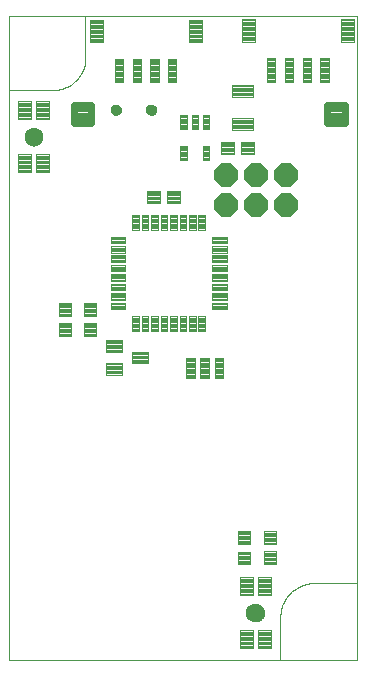
<source format=gts>
G75*
G70*
%OFA0B0*%
%FSLAX24Y24*%
%IPPOS*%
%LPD*%
%AMOC8*
5,1,8,0,0,1.08239X$1,22.5*
%
%ADD10C,0.0000*%
%ADD11C,0.0042*%
%ADD12C,0.0043*%
%ADD13C,0.0041*%
%ADD14C,0.0375*%
%ADD15C,0.0043*%
%ADD16OC8,0.0780*%
%ADD17C,0.0240*%
%ADD18C,0.0631*%
D10*
X001008Y001834D02*
X001008Y020830D01*
X002475Y020830D01*
X002538Y020832D01*
X002602Y020837D01*
X002665Y020847D01*
X002727Y020859D01*
X002788Y020876D01*
X002848Y020896D01*
X002908Y020919D01*
X002965Y020946D01*
X003021Y020976D01*
X003075Y021010D01*
X003127Y021046D01*
X003177Y021085D01*
X003224Y021128D01*
X003269Y021173D01*
X003312Y021220D01*
X003351Y021270D01*
X003387Y021322D01*
X003421Y021376D01*
X003451Y021432D01*
X003478Y021489D01*
X003501Y021549D01*
X003521Y021609D01*
X003538Y021670D01*
X003550Y021732D01*
X003560Y021795D01*
X003565Y021859D01*
X003567Y021922D01*
X003567Y023291D01*
X012622Y023291D01*
X012622Y004393D01*
X011189Y004393D01*
X011124Y004391D01*
X011058Y004385D01*
X010993Y004376D01*
X010929Y004363D01*
X010866Y004346D01*
X010804Y004325D01*
X010743Y004301D01*
X010684Y004273D01*
X010626Y004242D01*
X010570Y004208D01*
X010517Y004170D01*
X010465Y004130D01*
X010416Y004086D01*
X010370Y004040D01*
X010326Y003991D01*
X010286Y003939D01*
X010248Y003886D01*
X010214Y003830D01*
X010183Y003772D01*
X010155Y003713D01*
X010131Y003652D01*
X010110Y003590D01*
X010093Y003527D01*
X010080Y003463D01*
X010071Y003398D01*
X010065Y003332D01*
X010063Y003267D01*
X010063Y001834D01*
X001008Y001834D01*
X008933Y003409D02*
X008935Y003443D01*
X008941Y003477D01*
X008951Y003510D01*
X008964Y003541D01*
X008982Y003571D01*
X009002Y003599D01*
X009026Y003624D01*
X009052Y003646D01*
X009080Y003664D01*
X009111Y003680D01*
X009143Y003692D01*
X009177Y003700D01*
X009211Y003704D01*
X009245Y003704D01*
X009279Y003700D01*
X009313Y003692D01*
X009345Y003680D01*
X009375Y003664D01*
X009404Y003646D01*
X009430Y003624D01*
X009454Y003599D01*
X009474Y003571D01*
X009492Y003541D01*
X009505Y003510D01*
X009515Y003477D01*
X009521Y003443D01*
X009523Y003409D01*
X009521Y003375D01*
X009515Y003341D01*
X009505Y003308D01*
X009492Y003277D01*
X009474Y003247D01*
X009454Y003219D01*
X009430Y003194D01*
X009404Y003172D01*
X009376Y003154D01*
X009345Y003138D01*
X009313Y003126D01*
X009279Y003118D01*
X009245Y003114D01*
X009211Y003114D01*
X009177Y003118D01*
X009143Y003126D01*
X009111Y003138D01*
X009080Y003154D01*
X009052Y003172D01*
X009026Y003194D01*
X009002Y003219D01*
X008982Y003247D01*
X008964Y003277D01*
X008951Y003308D01*
X008941Y003341D01*
X008935Y003375D01*
X008933Y003409D01*
X010063Y001834D02*
X012622Y001834D01*
X012622Y004393D01*
X005596Y020168D02*
X005598Y020193D01*
X005604Y020218D01*
X005613Y020242D01*
X005626Y020264D01*
X005643Y020284D01*
X005662Y020301D01*
X005683Y020315D01*
X005707Y020325D01*
X005731Y020332D01*
X005757Y020335D01*
X005782Y020334D01*
X005807Y020329D01*
X005831Y020320D01*
X005854Y020308D01*
X005874Y020293D01*
X005892Y020274D01*
X005907Y020253D01*
X005918Y020230D01*
X005926Y020206D01*
X005930Y020181D01*
X005930Y020155D01*
X005926Y020130D01*
X005918Y020106D01*
X005907Y020083D01*
X005892Y020062D01*
X005874Y020043D01*
X005854Y020028D01*
X005831Y020016D01*
X005807Y020007D01*
X005782Y020002D01*
X005757Y020001D01*
X005731Y020004D01*
X005707Y020011D01*
X005683Y020021D01*
X005662Y020035D01*
X005643Y020052D01*
X005626Y020072D01*
X005613Y020094D01*
X005604Y020118D01*
X005598Y020143D01*
X005596Y020168D01*
X004415Y020168D02*
X004417Y020193D01*
X004423Y020218D01*
X004432Y020242D01*
X004445Y020264D01*
X004462Y020284D01*
X004481Y020301D01*
X004502Y020315D01*
X004526Y020325D01*
X004550Y020332D01*
X004576Y020335D01*
X004601Y020334D01*
X004626Y020329D01*
X004650Y020320D01*
X004673Y020308D01*
X004693Y020293D01*
X004711Y020274D01*
X004726Y020253D01*
X004737Y020230D01*
X004745Y020206D01*
X004749Y020181D01*
X004749Y020155D01*
X004745Y020130D01*
X004737Y020106D01*
X004726Y020083D01*
X004711Y020062D01*
X004693Y020043D01*
X004673Y020028D01*
X004650Y020016D01*
X004626Y020007D01*
X004601Y020002D01*
X004576Y020001D01*
X004550Y020004D01*
X004526Y020011D01*
X004502Y020021D01*
X004481Y020035D01*
X004462Y020052D01*
X004445Y020072D01*
X004432Y020094D01*
X004423Y020118D01*
X004417Y020143D01*
X004415Y020168D01*
X003567Y023291D02*
X001008Y023291D01*
X001008Y020830D01*
X001540Y019275D02*
X001542Y019309D01*
X001548Y019343D01*
X001558Y019376D01*
X001571Y019407D01*
X001589Y019437D01*
X001609Y019465D01*
X001633Y019490D01*
X001659Y019512D01*
X001687Y019530D01*
X001718Y019546D01*
X001750Y019558D01*
X001784Y019566D01*
X001818Y019570D01*
X001852Y019570D01*
X001886Y019566D01*
X001920Y019558D01*
X001952Y019546D01*
X001982Y019530D01*
X002011Y019512D01*
X002037Y019490D01*
X002061Y019465D01*
X002081Y019437D01*
X002099Y019407D01*
X002112Y019376D01*
X002122Y019343D01*
X002128Y019309D01*
X002130Y019275D01*
X002128Y019241D01*
X002122Y019207D01*
X002112Y019174D01*
X002099Y019143D01*
X002081Y019113D01*
X002061Y019085D01*
X002037Y019060D01*
X002011Y019038D01*
X001983Y019020D01*
X001952Y019004D01*
X001920Y018992D01*
X001886Y018984D01*
X001852Y018980D01*
X001818Y018980D01*
X001784Y018984D01*
X001750Y018992D01*
X001718Y019004D01*
X001687Y019020D01*
X001659Y019038D01*
X001633Y019060D01*
X001609Y019085D01*
X001589Y019113D01*
X001571Y019143D01*
X001558Y019174D01*
X001548Y019207D01*
X001542Y019241D01*
X001540Y019275D01*
D11*
X004899Y015945D02*
X004899Y015727D01*
X004401Y015727D01*
X004401Y015945D01*
X004899Y015945D01*
X004899Y015768D02*
X004401Y015768D01*
X004401Y015809D02*
X004899Y015809D01*
X004899Y015850D02*
X004401Y015850D01*
X004401Y015891D02*
X004899Y015891D01*
X004899Y015932D02*
X004401Y015932D01*
X004899Y015630D02*
X004899Y015412D01*
X004401Y015412D01*
X004401Y015630D01*
X004899Y015630D01*
X004899Y015453D02*
X004401Y015453D01*
X004401Y015494D02*
X004899Y015494D01*
X004899Y015535D02*
X004401Y015535D01*
X004401Y015576D02*
X004899Y015576D01*
X004899Y015617D02*
X004401Y015617D01*
X004899Y015315D02*
X004899Y015097D01*
X004401Y015097D01*
X004401Y015315D01*
X004899Y015315D01*
X004899Y015138D02*
X004401Y015138D01*
X004401Y015179D02*
X004899Y015179D01*
X004899Y015220D02*
X004401Y015220D01*
X004401Y015261D02*
X004899Y015261D01*
X004899Y015302D02*
X004401Y015302D01*
X004899Y015000D02*
X004899Y014782D01*
X004401Y014782D01*
X004401Y015000D01*
X004899Y015000D01*
X004899Y014823D02*
X004401Y014823D01*
X004401Y014864D02*
X004899Y014864D01*
X004899Y014905D02*
X004401Y014905D01*
X004401Y014946D02*
X004899Y014946D01*
X004899Y014987D02*
X004401Y014987D01*
X004899Y014685D02*
X004899Y014467D01*
X004401Y014467D01*
X004401Y014685D01*
X004899Y014685D01*
X004899Y014508D02*
X004401Y014508D01*
X004401Y014549D02*
X004899Y014549D01*
X004899Y014590D02*
X004401Y014590D01*
X004401Y014631D02*
X004899Y014631D01*
X004899Y014672D02*
X004401Y014672D01*
X004899Y014370D02*
X004899Y014152D01*
X004401Y014152D01*
X004401Y014370D01*
X004899Y014370D01*
X004899Y014193D02*
X004401Y014193D01*
X004401Y014234D02*
X004899Y014234D01*
X004899Y014275D02*
X004401Y014275D01*
X004401Y014316D02*
X004899Y014316D01*
X004899Y014357D02*
X004401Y014357D01*
X004899Y014055D02*
X004899Y013837D01*
X004401Y013837D01*
X004401Y014055D01*
X004899Y014055D01*
X004899Y013878D02*
X004401Y013878D01*
X004401Y013919D02*
X004899Y013919D01*
X004899Y013960D02*
X004401Y013960D01*
X004401Y014001D02*
X004899Y014001D01*
X004899Y014042D02*
X004401Y014042D01*
X004899Y013740D02*
X004899Y013522D01*
X004401Y013522D01*
X004401Y013740D01*
X004899Y013740D01*
X004899Y013563D02*
X004401Y013563D01*
X004401Y013604D02*
X004899Y013604D01*
X004899Y013645D02*
X004401Y013645D01*
X004401Y013686D02*
X004899Y013686D01*
X004899Y013727D02*
X004401Y013727D01*
X005347Y013292D02*
X005347Y012794D01*
X005129Y012794D01*
X005129Y013292D01*
X005347Y013292D01*
X005347Y012835D02*
X005129Y012835D01*
X005129Y012876D02*
X005347Y012876D01*
X005347Y012917D02*
X005129Y012917D01*
X005129Y012958D02*
X005347Y012958D01*
X005347Y012999D02*
X005129Y012999D01*
X005129Y013040D02*
X005347Y013040D01*
X005347Y013081D02*
X005129Y013081D01*
X005129Y013122D02*
X005347Y013122D01*
X005347Y013163D02*
X005129Y013163D01*
X005129Y013204D02*
X005347Y013204D01*
X005347Y013245D02*
X005129Y013245D01*
X005129Y013286D02*
X005347Y013286D01*
X005662Y013292D02*
X005662Y012794D01*
X005444Y012794D01*
X005444Y013292D01*
X005662Y013292D01*
X005662Y012835D02*
X005444Y012835D01*
X005444Y012876D02*
X005662Y012876D01*
X005662Y012917D02*
X005444Y012917D01*
X005444Y012958D02*
X005662Y012958D01*
X005662Y012999D02*
X005444Y012999D01*
X005444Y013040D02*
X005662Y013040D01*
X005662Y013081D02*
X005444Y013081D01*
X005444Y013122D02*
X005662Y013122D01*
X005662Y013163D02*
X005444Y013163D01*
X005444Y013204D02*
X005662Y013204D01*
X005662Y013245D02*
X005444Y013245D01*
X005444Y013286D02*
X005662Y013286D01*
X005977Y013292D02*
X005977Y012794D01*
X005759Y012794D01*
X005759Y013292D01*
X005977Y013292D01*
X005977Y012835D02*
X005759Y012835D01*
X005759Y012876D02*
X005977Y012876D01*
X005977Y012917D02*
X005759Y012917D01*
X005759Y012958D02*
X005977Y012958D01*
X005977Y012999D02*
X005759Y012999D01*
X005759Y013040D02*
X005977Y013040D01*
X005977Y013081D02*
X005759Y013081D01*
X005759Y013122D02*
X005977Y013122D01*
X005977Y013163D02*
X005759Y013163D01*
X005759Y013204D02*
X005977Y013204D01*
X005977Y013245D02*
X005759Y013245D01*
X005759Y013286D02*
X005977Y013286D01*
X006292Y013292D02*
X006292Y012794D01*
X006074Y012794D01*
X006074Y013292D01*
X006292Y013292D01*
X006292Y012835D02*
X006074Y012835D01*
X006074Y012876D02*
X006292Y012876D01*
X006292Y012917D02*
X006074Y012917D01*
X006074Y012958D02*
X006292Y012958D01*
X006292Y012999D02*
X006074Y012999D01*
X006074Y013040D02*
X006292Y013040D01*
X006292Y013081D02*
X006074Y013081D01*
X006074Y013122D02*
X006292Y013122D01*
X006292Y013163D02*
X006074Y013163D01*
X006074Y013204D02*
X006292Y013204D01*
X006292Y013245D02*
X006074Y013245D01*
X006074Y013286D02*
X006292Y013286D01*
X006607Y013292D02*
X006607Y012794D01*
X006389Y012794D01*
X006389Y013292D01*
X006607Y013292D01*
X006607Y012835D02*
X006389Y012835D01*
X006389Y012876D02*
X006607Y012876D01*
X006607Y012917D02*
X006389Y012917D01*
X006389Y012958D02*
X006607Y012958D01*
X006607Y012999D02*
X006389Y012999D01*
X006389Y013040D02*
X006607Y013040D01*
X006607Y013081D02*
X006389Y013081D01*
X006389Y013122D02*
X006607Y013122D01*
X006607Y013163D02*
X006389Y013163D01*
X006389Y013204D02*
X006607Y013204D01*
X006607Y013245D02*
X006389Y013245D01*
X006389Y013286D02*
X006607Y013286D01*
X006922Y013292D02*
X006922Y012794D01*
X006704Y012794D01*
X006704Y013292D01*
X006922Y013292D01*
X006922Y012835D02*
X006704Y012835D01*
X006704Y012876D02*
X006922Y012876D01*
X006922Y012917D02*
X006704Y012917D01*
X006704Y012958D02*
X006922Y012958D01*
X006922Y012999D02*
X006704Y012999D01*
X006704Y013040D02*
X006922Y013040D01*
X006922Y013081D02*
X006704Y013081D01*
X006704Y013122D02*
X006922Y013122D01*
X006922Y013163D02*
X006704Y013163D01*
X006704Y013204D02*
X006922Y013204D01*
X006922Y013245D02*
X006704Y013245D01*
X006704Y013286D02*
X006922Y013286D01*
X007237Y013292D02*
X007237Y012794D01*
X007019Y012794D01*
X007019Y013292D01*
X007237Y013292D01*
X007237Y012835D02*
X007019Y012835D01*
X007019Y012876D02*
X007237Y012876D01*
X007237Y012917D02*
X007019Y012917D01*
X007019Y012958D02*
X007237Y012958D01*
X007237Y012999D02*
X007019Y012999D01*
X007019Y013040D02*
X007237Y013040D01*
X007237Y013081D02*
X007019Y013081D01*
X007019Y013122D02*
X007237Y013122D01*
X007237Y013163D02*
X007019Y013163D01*
X007019Y013204D02*
X007237Y013204D01*
X007237Y013245D02*
X007019Y013245D01*
X007019Y013286D02*
X007237Y013286D01*
X007552Y013292D02*
X007552Y012794D01*
X007334Y012794D01*
X007334Y013292D01*
X007552Y013292D01*
X007552Y012835D02*
X007334Y012835D01*
X007334Y012876D02*
X007552Y012876D01*
X007552Y012917D02*
X007334Y012917D01*
X007334Y012958D02*
X007552Y012958D01*
X007552Y012999D02*
X007334Y012999D01*
X007334Y013040D02*
X007552Y013040D01*
X007552Y013081D02*
X007334Y013081D01*
X007334Y013122D02*
X007552Y013122D01*
X007552Y013163D02*
X007334Y013163D01*
X007334Y013204D02*
X007552Y013204D01*
X007552Y013245D02*
X007334Y013245D01*
X007334Y013286D02*
X007552Y013286D01*
X008279Y013522D02*
X008279Y013740D01*
X008279Y013522D02*
X007781Y013522D01*
X007781Y013740D01*
X008279Y013740D01*
X008279Y013563D02*
X007781Y013563D01*
X007781Y013604D02*
X008279Y013604D01*
X008279Y013645D02*
X007781Y013645D01*
X007781Y013686D02*
X008279Y013686D01*
X008279Y013727D02*
X007781Y013727D01*
X008279Y013837D02*
X008279Y014055D01*
X008279Y013837D02*
X007781Y013837D01*
X007781Y014055D01*
X008279Y014055D01*
X008279Y013878D02*
X007781Y013878D01*
X007781Y013919D02*
X008279Y013919D01*
X008279Y013960D02*
X007781Y013960D01*
X007781Y014001D02*
X008279Y014001D01*
X008279Y014042D02*
X007781Y014042D01*
X008279Y014152D02*
X008279Y014370D01*
X008279Y014152D02*
X007781Y014152D01*
X007781Y014370D01*
X008279Y014370D01*
X008279Y014193D02*
X007781Y014193D01*
X007781Y014234D02*
X008279Y014234D01*
X008279Y014275D02*
X007781Y014275D01*
X007781Y014316D02*
X008279Y014316D01*
X008279Y014357D02*
X007781Y014357D01*
X008279Y014467D02*
X008279Y014685D01*
X008279Y014467D02*
X007781Y014467D01*
X007781Y014685D01*
X008279Y014685D01*
X008279Y014508D02*
X007781Y014508D01*
X007781Y014549D02*
X008279Y014549D01*
X008279Y014590D02*
X007781Y014590D01*
X007781Y014631D02*
X008279Y014631D01*
X008279Y014672D02*
X007781Y014672D01*
X008279Y014782D02*
X008279Y015000D01*
X008279Y014782D02*
X007781Y014782D01*
X007781Y015000D01*
X008279Y015000D01*
X008279Y014823D02*
X007781Y014823D01*
X007781Y014864D02*
X008279Y014864D01*
X008279Y014905D02*
X007781Y014905D01*
X007781Y014946D02*
X008279Y014946D01*
X008279Y014987D02*
X007781Y014987D01*
X008279Y015097D02*
X008279Y015315D01*
X008279Y015097D02*
X007781Y015097D01*
X007781Y015315D01*
X008279Y015315D01*
X008279Y015138D02*
X007781Y015138D01*
X007781Y015179D02*
X008279Y015179D01*
X008279Y015220D02*
X007781Y015220D01*
X007781Y015261D02*
X008279Y015261D01*
X008279Y015302D02*
X007781Y015302D01*
X008279Y015412D02*
X008279Y015630D01*
X008279Y015412D02*
X007781Y015412D01*
X007781Y015630D01*
X008279Y015630D01*
X008279Y015453D02*
X007781Y015453D01*
X007781Y015494D02*
X008279Y015494D01*
X008279Y015535D02*
X007781Y015535D01*
X007781Y015576D02*
X008279Y015576D01*
X008279Y015617D02*
X007781Y015617D01*
X008279Y015727D02*
X008279Y015945D01*
X008279Y015727D02*
X007781Y015727D01*
X007781Y015945D01*
X008279Y015945D01*
X008279Y015768D02*
X007781Y015768D01*
X007781Y015809D02*
X008279Y015809D01*
X008279Y015850D02*
X007781Y015850D01*
X007781Y015891D02*
X008279Y015891D01*
X008279Y015932D02*
X007781Y015932D01*
X007552Y016174D02*
X007552Y016672D01*
X007552Y016174D02*
X007334Y016174D01*
X007334Y016672D01*
X007552Y016672D01*
X007552Y016215D02*
X007334Y016215D01*
X007334Y016256D02*
X007552Y016256D01*
X007552Y016297D02*
X007334Y016297D01*
X007334Y016338D02*
X007552Y016338D01*
X007552Y016379D02*
X007334Y016379D01*
X007334Y016420D02*
X007552Y016420D01*
X007552Y016461D02*
X007334Y016461D01*
X007334Y016502D02*
X007552Y016502D01*
X007552Y016543D02*
X007334Y016543D01*
X007334Y016584D02*
X007552Y016584D01*
X007552Y016625D02*
X007334Y016625D01*
X007334Y016666D02*
X007552Y016666D01*
X007237Y016672D02*
X007237Y016174D01*
X007019Y016174D01*
X007019Y016672D01*
X007237Y016672D01*
X007237Y016215D02*
X007019Y016215D01*
X007019Y016256D02*
X007237Y016256D01*
X007237Y016297D02*
X007019Y016297D01*
X007019Y016338D02*
X007237Y016338D01*
X007237Y016379D02*
X007019Y016379D01*
X007019Y016420D02*
X007237Y016420D01*
X007237Y016461D02*
X007019Y016461D01*
X007019Y016502D02*
X007237Y016502D01*
X007237Y016543D02*
X007019Y016543D01*
X007019Y016584D02*
X007237Y016584D01*
X007237Y016625D02*
X007019Y016625D01*
X007019Y016666D02*
X007237Y016666D01*
X006922Y016672D02*
X006922Y016174D01*
X006704Y016174D01*
X006704Y016672D01*
X006922Y016672D01*
X006922Y016215D02*
X006704Y016215D01*
X006704Y016256D02*
X006922Y016256D01*
X006922Y016297D02*
X006704Y016297D01*
X006704Y016338D02*
X006922Y016338D01*
X006922Y016379D02*
X006704Y016379D01*
X006704Y016420D02*
X006922Y016420D01*
X006922Y016461D02*
X006704Y016461D01*
X006704Y016502D02*
X006922Y016502D01*
X006922Y016543D02*
X006704Y016543D01*
X006704Y016584D02*
X006922Y016584D01*
X006922Y016625D02*
X006704Y016625D01*
X006704Y016666D02*
X006922Y016666D01*
X006607Y016672D02*
X006607Y016174D01*
X006389Y016174D01*
X006389Y016672D01*
X006607Y016672D01*
X006607Y016215D02*
X006389Y016215D01*
X006389Y016256D02*
X006607Y016256D01*
X006607Y016297D02*
X006389Y016297D01*
X006389Y016338D02*
X006607Y016338D01*
X006607Y016379D02*
X006389Y016379D01*
X006389Y016420D02*
X006607Y016420D01*
X006607Y016461D02*
X006389Y016461D01*
X006389Y016502D02*
X006607Y016502D01*
X006607Y016543D02*
X006389Y016543D01*
X006389Y016584D02*
X006607Y016584D01*
X006607Y016625D02*
X006389Y016625D01*
X006389Y016666D02*
X006607Y016666D01*
X006292Y016672D02*
X006292Y016174D01*
X006074Y016174D01*
X006074Y016672D01*
X006292Y016672D01*
X006292Y016215D02*
X006074Y016215D01*
X006074Y016256D02*
X006292Y016256D01*
X006292Y016297D02*
X006074Y016297D01*
X006074Y016338D02*
X006292Y016338D01*
X006292Y016379D02*
X006074Y016379D01*
X006074Y016420D02*
X006292Y016420D01*
X006292Y016461D02*
X006074Y016461D01*
X006074Y016502D02*
X006292Y016502D01*
X006292Y016543D02*
X006074Y016543D01*
X006074Y016584D02*
X006292Y016584D01*
X006292Y016625D02*
X006074Y016625D01*
X006074Y016666D02*
X006292Y016666D01*
X005977Y016672D02*
X005977Y016174D01*
X005759Y016174D01*
X005759Y016672D01*
X005977Y016672D01*
X005977Y016215D02*
X005759Y016215D01*
X005759Y016256D02*
X005977Y016256D01*
X005977Y016297D02*
X005759Y016297D01*
X005759Y016338D02*
X005977Y016338D01*
X005977Y016379D02*
X005759Y016379D01*
X005759Y016420D02*
X005977Y016420D01*
X005977Y016461D02*
X005759Y016461D01*
X005759Y016502D02*
X005977Y016502D01*
X005977Y016543D02*
X005759Y016543D01*
X005759Y016584D02*
X005977Y016584D01*
X005977Y016625D02*
X005759Y016625D01*
X005759Y016666D02*
X005977Y016666D01*
X005662Y016672D02*
X005662Y016174D01*
X005444Y016174D01*
X005444Y016672D01*
X005662Y016672D01*
X005662Y016215D02*
X005444Y016215D01*
X005444Y016256D02*
X005662Y016256D01*
X005662Y016297D02*
X005444Y016297D01*
X005444Y016338D02*
X005662Y016338D01*
X005662Y016379D02*
X005444Y016379D01*
X005444Y016420D02*
X005662Y016420D01*
X005662Y016461D02*
X005444Y016461D01*
X005444Y016502D02*
X005662Y016502D01*
X005662Y016543D02*
X005444Y016543D01*
X005444Y016584D02*
X005662Y016584D01*
X005662Y016625D02*
X005444Y016625D01*
X005444Y016666D02*
X005662Y016666D01*
X005347Y016672D02*
X005347Y016174D01*
X005129Y016174D01*
X005129Y016672D01*
X005347Y016672D01*
X005347Y016215D02*
X005129Y016215D01*
X005129Y016256D02*
X005347Y016256D01*
X005347Y016297D02*
X005129Y016297D01*
X005129Y016338D02*
X005347Y016338D01*
X005347Y016379D02*
X005129Y016379D01*
X005129Y016420D02*
X005347Y016420D01*
X005347Y016461D02*
X005129Y016461D01*
X005129Y016502D02*
X005347Y016502D01*
X005347Y016543D02*
X005129Y016543D01*
X005129Y016584D02*
X005347Y016584D01*
X005347Y016625D02*
X005129Y016625D01*
X005129Y016666D02*
X005347Y016666D01*
D12*
X005607Y017454D02*
X006037Y017454D01*
X006037Y017062D01*
X005607Y017062D01*
X005607Y017454D01*
X005607Y017104D02*
X006037Y017104D01*
X006037Y017146D02*
X005607Y017146D01*
X005607Y017188D02*
X006037Y017188D01*
X006037Y017230D02*
X005607Y017230D01*
X005607Y017272D02*
X006037Y017272D01*
X006037Y017314D02*
X005607Y017314D01*
X005607Y017356D02*
X006037Y017356D01*
X006037Y017398D02*
X005607Y017398D01*
X005607Y017440D02*
X006037Y017440D01*
X006277Y017454D02*
X006707Y017454D01*
X006707Y017062D01*
X006277Y017062D01*
X006277Y017454D01*
X006277Y017104D02*
X006707Y017104D01*
X006707Y017146D02*
X006277Y017146D01*
X006277Y017188D02*
X006707Y017188D01*
X006707Y017230D02*
X006277Y017230D01*
X006277Y017272D02*
X006707Y017272D01*
X006707Y017314D02*
X006277Y017314D01*
X006277Y017356D02*
X006707Y017356D01*
X006707Y017398D02*
X006277Y017398D01*
X006277Y017440D02*
X006707Y017440D01*
X008092Y018699D02*
X008522Y018699D01*
X008092Y018699D02*
X008092Y019091D01*
X008522Y019091D01*
X008522Y018699D01*
X008522Y018741D02*
X008092Y018741D01*
X008092Y018783D02*
X008522Y018783D01*
X008522Y018825D02*
X008092Y018825D01*
X008092Y018867D02*
X008522Y018867D01*
X008522Y018909D02*
X008092Y018909D01*
X008092Y018951D02*
X008522Y018951D01*
X008522Y018993D02*
X008092Y018993D01*
X008092Y019035D02*
X008522Y019035D01*
X008522Y019077D02*
X008092Y019077D01*
X008448Y019510D02*
X008448Y019902D01*
X009154Y019902D01*
X009154Y019510D01*
X008448Y019510D01*
X008448Y019552D02*
X009154Y019552D01*
X009154Y019594D02*
X008448Y019594D01*
X008448Y019636D02*
X009154Y019636D01*
X009154Y019678D02*
X008448Y019678D01*
X008448Y019720D02*
X009154Y019720D01*
X009154Y019762D02*
X008448Y019762D01*
X008448Y019804D02*
X009154Y019804D01*
X009154Y019846D02*
X008448Y019846D01*
X008448Y019888D02*
X009154Y019888D01*
X008448Y020613D02*
X008448Y021005D01*
X009154Y021005D01*
X009154Y020613D01*
X008448Y020613D01*
X008448Y020655D02*
X009154Y020655D01*
X009154Y020697D02*
X008448Y020697D01*
X008448Y020739D02*
X009154Y020739D01*
X009154Y020781D02*
X008448Y020781D01*
X008448Y020823D02*
X009154Y020823D01*
X009154Y020865D02*
X008448Y020865D01*
X008448Y020907D02*
X009154Y020907D01*
X009154Y020949D02*
X008448Y020949D01*
X008448Y020991D02*
X009154Y020991D01*
X009191Y018699D02*
X008761Y018699D01*
X008761Y019091D01*
X009191Y019091D01*
X009191Y018699D01*
X009191Y018741D02*
X008761Y018741D01*
X008761Y018783D02*
X009191Y018783D01*
X009191Y018825D02*
X008761Y018825D01*
X008761Y018867D02*
X009191Y018867D01*
X009191Y018909D02*
X008761Y018909D01*
X008761Y018951D02*
X009191Y018951D01*
X009191Y018993D02*
X008761Y018993D01*
X008761Y019035D02*
X009191Y019035D01*
X009191Y019077D02*
X008761Y019077D01*
X004246Y012487D02*
X004246Y012095D01*
X004246Y012487D02*
X004794Y012487D01*
X004794Y012095D01*
X004246Y012095D01*
X004246Y012137D02*
X004794Y012137D01*
X004794Y012179D02*
X004246Y012179D01*
X004246Y012221D02*
X004794Y012221D01*
X004794Y012263D02*
X004246Y012263D01*
X004246Y012305D02*
X004794Y012305D01*
X004794Y012347D02*
X004246Y012347D01*
X004246Y012389D02*
X004794Y012389D01*
X004794Y012431D02*
X004246Y012431D01*
X004246Y012473D02*
X004794Y012473D01*
X005112Y012113D02*
X005112Y011721D01*
X005112Y012113D02*
X005660Y012113D01*
X005660Y011721D01*
X005112Y011721D01*
X005112Y011763D02*
X005660Y011763D01*
X005660Y011805D02*
X005112Y011805D01*
X005112Y011847D02*
X005660Y011847D01*
X005660Y011889D02*
X005112Y011889D01*
X005112Y011931D02*
X005660Y011931D01*
X005660Y011973D02*
X005112Y011973D01*
X005112Y012015D02*
X005660Y012015D01*
X005660Y012057D02*
X005112Y012057D01*
X005112Y012099D02*
X005660Y012099D01*
X004246Y011739D02*
X004246Y011347D01*
X004246Y011739D02*
X004794Y011739D01*
X004794Y011347D01*
X004246Y011347D01*
X004246Y011389D02*
X004794Y011389D01*
X004794Y011431D02*
X004246Y011431D01*
X004246Y011473D02*
X004794Y011473D01*
X004794Y011515D02*
X004246Y011515D01*
X004246Y011557D02*
X004794Y011557D01*
X004794Y011599D02*
X004246Y011599D01*
X004246Y011641D02*
X004794Y011641D01*
X004794Y011683D02*
X004246Y011683D01*
X004246Y011725D02*
X004794Y011725D01*
X003916Y012623D02*
X003916Y013053D01*
X003916Y012623D02*
X003524Y012623D01*
X003524Y013053D01*
X003916Y013053D01*
X003916Y012665D02*
X003524Y012665D01*
X003524Y012707D02*
X003916Y012707D01*
X003916Y012749D02*
X003524Y012749D01*
X003524Y012791D02*
X003916Y012791D01*
X003916Y012833D02*
X003524Y012833D01*
X003524Y012875D02*
X003916Y012875D01*
X003916Y012917D02*
X003524Y012917D01*
X003524Y012959D02*
X003916Y012959D01*
X003916Y013001D02*
X003524Y013001D01*
X003524Y013043D02*
X003916Y013043D01*
X003916Y013293D02*
X003916Y013723D01*
X003916Y013293D02*
X003524Y013293D01*
X003524Y013723D01*
X003916Y013723D01*
X003916Y013335D02*
X003524Y013335D01*
X003524Y013377D02*
X003916Y013377D01*
X003916Y013419D02*
X003524Y013419D01*
X003524Y013461D02*
X003916Y013461D01*
X003916Y013503D02*
X003524Y013503D01*
X003524Y013545D02*
X003916Y013545D01*
X003916Y013587D02*
X003524Y013587D01*
X003524Y013629D02*
X003916Y013629D01*
X003916Y013671D02*
X003524Y013671D01*
X003524Y013713D02*
X003916Y013713D01*
X002690Y013723D02*
X002690Y013293D01*
X002690Y013723D02*
X003082Y013723D01*
X003082Y013293D01*
X002690Y013293D01*
X002690Y013335D02*
X003082Y013335D01*
X003082Y013377D02*
X002690Y013377D01*
X002690Y013419D02*
X003082Y013419D01*
X003082Y013461D02*
X002690Y013461D01*
X002690Y013503D02*
X003082Y013503D01*
X003082Y013545D02*
X002690Y013545D01*
X002690Y013587D02*
X003082Y013587D01*
X003082Y013629D02*
X002690Y013629D01*
X002690Y013671D02*
X003082Y013671D01*
X003082Y013713D02*
X002690Y013713D01*
X002690Y013053D02*
X002690Y012623D01*
X002690Y013053D02*
X003082Y013053D01*
X003082Y012623D01*
X002690Y012623D01*
X002690Y012665D02*
X003082Y012665D01*
X003082Y012707D02*
X002690Y012707D01*
X002690Y012749D02*
X003082Y012749D01*
X003082Y012791D02*
X002690Y012791D01*
X002690Y012833D02*
X003082Y012833D01*
X003082Y012875D02*
X002690Y012875D01*
X002690Y012917D02*
X003082Y012917D01*
X003082Y012959D02*
X002690Y012959D01*
X002690Y013001D02*
X003082Y013001D01*
X003082Y013043D02*
X002690Y013043D01*
X008658Y006116D02*
X008658Y005686D01*
X008658Y006116D02*
X009050Y006116D01*
X009050Y005686D01*
X008658Y005686D01*
X008658Y005728D02*
X009050Y005728D01*
X009050Y005770D02*
X008658Y005770D01*
X008658Y005812D02*
X009050Y005812D01*
X009050Y005854D02*
X008658Y005854D01*
X008658Y005896D02*
X009050Y005896D01*
X009050Y005938D02*
X008658Y005938D01*
X008658Y005980D02*
X009050Y005980D01*
X009050Y006022D02*
X008658Y006022D01*
X008658Y006064D02*
X009050Y006064D01*
X009050Y006106D02*
X008658Y006106D01*
X008658Y005447D02*
X008658Y005017D01*
X008658Y005447D02*
X009050Y005447D01*
X009050Y005017D01*
X008658Y005017D01*
X008658Y005059D02*
X009050Y005059D01*
X009050Y005101D02*
X008658Y005101D01*
X008658Y005143D02*
X009050Y005143D01*
X009050Y005185D02*
X008658Y005185D01*
X008658Y005227D02*
X009050Y005227D01*
X009050Y005269D02*
X008658Y005269D01*
X008658Y005311D02*
X009050Y005311D01*
X009050Y005353D02*
X008658Y005353D01*
X008658Y005395D02*
X009050Y005395D01*
X009050Y005437D02*
X008658Y005437D01*
X009521Y005459D02*
X009521Y005029D01*
X009521Y005459D02*
X009913Y005459D01*
X009913Y005029D01*
X009521Y005029D01*
X009521Y005071D02*
X009913Y005071D01*
X009913Y005113D02*
X009521Y005113D01*
X009521Y005155D02*
X009913Y005155D01*
X009913Y005197D02*
X009521Y005197D01*
X009521Y005239D02*
X009913Y005239D01*
X009913Y005281D02*
X009521Y005281D01*
X009521Y005323D02*
X009913Y005323D01*
X009913Y005365D02*
X009521Y005365D01*
X009521Y005407D02*
X009913Y005407D01*
X009913Y005449D02*
X009521Y005449D01*
X009521Y005698D02*
X009521Y006128D01*
X009913Y006128D01*
X009913Y005698D01*
X009521Y005698D01*
X009521Y005740D02*
X009913Y005740D01*
X009913Y005782D02*
X009521Y005782D01*
X009521Y005824D02*
X009913Y005824D01*
X009913Y005866D02*
X009521Y005866D01*
X009521Y005908D02*
X009913Y005908D01*
X009913Y005950D02*
X009521Y005950D01*
X009521Y005992D02*
X009913Y005992D01*
X009913Y006034D02*
X009521Y006034D01*
X009521Y006076D02*
X009913Y006076D01*
X009913Y006118D02*
X009521Y006118D01*
D13*
X008146Y011893D02*
X007870Y011893D01*
X008146Y011893D02*
X008146Y011225D01*
X007870Y011225D01*
X007870Y011893D01*
X007870Y011265D02*
X008146Y011265D01*
X008146Y011305D02*
X007870Y011305D01*
X007870Y011345D02*
X008146Y011345D01*
X008146Y011385D02*
X007870Y011385D01*
X007870Y011425D02*
X008146Y011425D01*
X008146Y011465D02*
X007870Y011465D01*
X007870Y011505D02*
X008146Y011505D01*
X008146Y011545D02*
X007870Y011545D01*
X007870Y011585D02*
X008146Y011585D01*
X008146Y011625D02*
X007870Y011625D01*
X007870Y011665D02*
X008146Y011665D01*
X008146Y011705D02*
X007870Y011705D01*
X007870Y011745D02*
X008146Y011745D01*
X008146Y011785D02*
X007870Y011785D01*
X007870Y011825D02*
X008146Y011825D01*
X008146Y011865D02*
X007870Y011865D01*
X007674Y011893D02*
X007398Y011893D01*
X007674Y011893D02*
X007674Y011225D01*
X007398Y011225D01*
X007398Y011893D01*
X007398Y011265D02*
X007674Y011265D01*
X007674Y011305D02*
X007398Y011305D01*
X007398Y011345D02*
X007674Y011345D01*
X007674Y011385D02*
X007398Y011385D01*
X007398Y011425D02*
X007674Y011425D01*
X007674Y011465D02*
X007398Y011465D01*
X007398Y011505D02*
X007674Y011505D01*
X007674Y011545D02*
X007398Y011545D01*
X007398Y011585D02*
X007674Y011585D01*
X007674Y011625D02*
X007398Y011625D01*
X007398Y011665D02*
X007674Y011665D01*
X007674Y011705D02*
X007398Y011705D01*
X007398Y011745D02*
X007674Y011745D01*
X007674Y011785D02*
X007398Y011785D01*
X007398Y011825D02*
X007674Y011825D01*
X007674Y011865D02*
X007398Y011865D01*
X007201Y011893D02*
X006925Y011893D01*
X007201Y011893D02*
X007201Y011225D01*
X006925Y011225D01*
X006925Y011893D01*
X006925Y011265D02*
X007201Y011265D01*
X007201Y011305D02*
X006925Y011305D01*
X006925Y011345D02*
X007201Y011345D01*
X007201Y011385D02*
X006925Y011385D01*
X006925Y011425D02*
X007201Y011425D01*
X007201Y011465D02*
X006925Y011465D01*
X006925Y011505D02*
X007201Y011505D01*
X007201Y011545D02*
X006925Y011545D01*
X006925Y011585D02*
X007201Y011585D01*
X007201Y011625D02*
X006925Y011625D01*
X006925Y011665D02*
X007201Y011665D01*
X007201Y011705D02*
X006925Y011705D01*
X006925Y011745D02*
X007201Y011745D01*
X007201Y011785D02*
X006925Y011785D01*
X006925Y011825D02*
X007201Y011825D01*
X007201Y011865D02*
X006925Y011865D01*
X006947Y018969D02*
X006731Y018969D01*
X006947Y018969D02*
X006947Y018497D01*
X006731Y018497D01*
X006731Y018969D01*
X006731Y018537D02*
X006947Y018537D01*
X006947Y018577D02*
X006731Y018577D01*
X006731Y018617D02*
X006947Y018617D01*
X006947Y018657D02*
X006731Y018657D01*
X006731Y018697D02*
X006947Y018697D01*
X006947Y018737D02*
X006731Y018737D01*
X006731Y018777D02*
X006947Y018777D01*
X006947Y018817D02*
X006731Y018817D01*
X006731Y018857D02*
X006947Y018857D01*
X006947Y018897D02*
X006731Y018897D01*
X006731Y018937D02*
X006947Y018937D01*
X006947Y019992D02*
X006731Y019992D01*
X006947Y019992D02*
X006947Y019520D01*
X006731Y019520D01*
X006731Y019992D01*
X006731Y019560D02*
X006947Y019560D01*
X006947Y019600D02*
X006731Y019600D01*
X006731Y019640D02*
X006947Y019640D01*
X006947Y019680D02*
X006731Y019680D01*
X006731Y019720D02*
X006947Y019720D01*
X006947Y019760D02*
X006731Y019760D01*
X006731Y019800D02*
X006947Y019800D01*
X006947Y019840D02*
X006731Y019840D01*
X006731Y019880D02*
X006947Y019880D01*
X006947Y019920D02*
X006731Y019920D01*
X006731Y019960D02*
X006947Y019960D01*
X007105Y019992D02*
X007321Y019992D01*
X007321Y019520D01*
X007105Y019520D01*
X007105Y019992D01*
X007105Y019560D02*
X007321Y019560D01*
X007321Y019600D02*
X007105Y019600D01*
X007105Y019640D02*
X007321Y019640D01*
X007321Y019680D02*
X007105Y019680D01*
X007105Y019720D02*
X007321Y019720D01*
X007321Y019760D02*
X007105Y019760D01*
X007105Y019800D02*
X007321Y019800D01*
X007321Y019840D02*
X007105Y019840D01*
X007105Y019880D02*
X007321Y019880D01*
X007321Y019920D02*
X007105Y019920D01*
X007105Y019960D02*
X007321Y019960D01*
X007479Y019992D02*
X007695Y019992D01*
X007695Y019520D01*
X007479Y019520D01*
X007479Y019992D01*
X007479Y019560D02*
X007695Y019560D01*
X007695Y019600D02*
X007479Y019600D01*
X007479Y019640D02*
X007695Y019640D01*
X007695Y019680D02*
X007479Y019680D01*
X007479Y019720D02*
X007695Y019720D01*
X007695Y019760D02*
X007479Y019760D01*
X007479Y019800D02*
X007695Y019800D01*
X007695Y019840D02*
X007479Y019840D01*
X007479Y019880D02*
X007695Y019880D01*
X007695Y019920D02*
X007479Y019920D01*
X007479Y019960D02*
X007695Y019960D01*
X007695Y018969D02*
X007479Y018969D01*
X007695Y018969D02*
X007695Y018497D01*
X007479Y018497D01*
X007479Y018969D01*
X007479Y018537D02*
X007695Y018537D01*
X007695Y018577D02*
X007479Y018577D01*
X007479Y018617D02*
X007695Y018617D01*
X007695Y018657D02*
X007479Y018657D01*
X007479Y018697D02*
X007695Y018697D01*
X007695Y018737D02*
X007479Y018737D01*
X007479Y018777D02*
X007695Y018777D01*
X007695Y018817D02*
X007479Y018817D01*
X007479Y018857D02*
X007695Y018857D01*
X007695Y018897D02*
X007479Y018897D01*
X007479Y018937D02*
X007695Y018937D01*
X006599Y021081D02*
X006599Y021867D01*
X006599Y021081D02*
X006323Y021081D01*
X006323Y021867D01*
X006599Y021867D01*
X006599Y021121D02*
X006323Y021121D01*
X006323Y021161D02*
X006599Y021161D01*
X006599Y021201D02*
X006323Y021201D01*
X006323Y021241D02*
X006599Y021241D01*
X006599Y021281D02*
X006323Y021281D01*
X006323Y021321D02*
X006599Y021321D01*
X006599Y021361D02*
X006323Y021361D01*
X006323Y021401D02*
X006599Y021401D01*
X006599Y021441D02*
X006323Y021441D01*
X006323Y021481D02*
X006599Y021481D01*
X006599Y021521D02*
X006323Y021521D01*
X006323Y021561D02*
X006599Y021561D01*
X006599Y021601D02*
X006323Y021601D01*
X006323Y021641D02*
X006599Y021641D01*
X006599Y021681D02*
X006323Y021681D01*
X006323Y021721D02*
X006599Y021721D01*
X006599Y021761D02*
X006323Y021761D01*
X006323Y021801D02*
X006599Y021801D01*
X006599Y021841D02*
X006323Y021841D01*
X006008Y021867D02*
X006008Y021081D01*
X005732Y021081D01*
X005732Y021867D01*
X006008Y021867D01*
X006008Y021121D02*
X005732Y021121D01*
X005732Y021161D02*
X006008Y021161D01*
X006008Y021201D02*
X005732Y021201D01*
X005732Y021241D02*
X006008Y021241D01*
X006008Y021281D02*
X005732Y021281D01*
X005732Y021321D02*
X006008Y021321D01*
X006008Y021361D02*
X005732Y021361D01*
X005732Y021401D02*
X006008Y021401D01*
X006008Y021441D02*
X005732Y021441D01*
X005732Y021481D02*
X006008Y021481D01*
X006008Y021521D02*
X005732Y021521D01*
X005732Y021561D02*
X006008Y021561D01*
X006008Y021601D02*
X005732Y021601D01*
X005732Y021641D02*
X006008Y021641D01*
X006008Y021681D02*
X005732Y021681D01*
X005732Y021721D02*
X006008Y021721D01*
X006008Y021761D02*
X005732Y021761D01*
X005732Y021801D02*
X006008Y021801D01*
X006008Y021841D02*
X005732Y021841D01*
X005418Y021867D02*
X005418Y021081D01*
X005142Y021081D01*
X005142Y021867D01*
X005418Y021867D01*
X005418Y021121D02*
X005142Y021121D01*
X005142Y021161D02*
X005418Y021161D01*
X005418Y021201D02*
X005142Y021201D01*
X005142Y021241D02*
X005418Y021241D01*
X005418Y021281D02*
X005142Y021281D01*
X005142Y021321D02*
X005418Y021321D01*
X005418Y021361D02*
X005142Y021361D01*
X005142Y021401D02*
X005418Y021401D01*
X005418Y021441D02*
X005142Y021441D01*
X005142Y021481D02*
X005418Y021481D01*
X005418Y021521D02*
X005142Y021521D01*
X005142Y021561D02*
X005418Y021561D01*
X005418Y021601D02*
X005142Y021601D01*
X005142Y021641D02*
X005418Y021641D01*
X005418Y021681D02*
X005142Y021681D01*
X005142Y021721D02*
X005418Y021721D01*
X005418Y021761D02*
X005142Y021761D01*
X005142Y021801D02*
X005418Y021801D01*
X005418Y021841D02*
X005142Y021841D01*
X004827Y021867D02*
X004827Y021081D01*
X004551Y021081D01*
X004551Y021867D01*
X004827Y021867D01*
X004827Y021121D02*
X004551Y021121D01*
X004551Y021161D02*
X004827Y021161D01*
X004827Y021201D02*
X004551Y021201D01*
X004551Y021241D02*
X004827Y021241D01*
X004827Y021281D02*
X004551Y021281D01*
X004551Y021321D02*
X004827Y021321D01*
X004827Y021361D02*
X004551Y021361D01*
X004551Y021401D02*
X004827Y021401D01*
X004827Y021441D02*
X004551Y021441D01*
X004551Y021481D02*
X004827Y021481D01*
X004827Y021521D02*
X004551Y021521D01*
X004551Y021561D02*
X004827Y021561D01*
X004827Y021601D02*
X004551Y021601D01*
X004551Y021641D02*
X004827Y021641D01*
X004827Y021681D02*
X004551Y021681D01*
X004551Y021721D02*
X004827Y021721D01*
X004827Y021761D02*
X004551Y021761D01*
X004551Y021801D02*
X004827Y021801D01*
X004827Y021841D02*
X004551Y021841D01*
X009898Y021886D02*
X009898Y021100D01*
X009622Y021100D01*
X009622Y021886D01*
X009898Y021886D01*
X009898Y021140D02*
X009622Y021140D01*
X009622Y021180D02*
X009898Y021180D01*
X009898Y021220D02*
X009622Y021220D01*
X009622Y021260D02*
X009898Y021260D01*
X009898Y021300D02*
X009622Y021300D01*
X009622Y021340D02*
X009898Y021340D01*
X009898Y021380D02*
X009622Y021380D01*
X009622Y021420D02*
X009898Y021420D01*
X009898Y021460D02*
X009622Y021460D01*
X009622Y021500D02*
X009898Y021500D01*
X009898Y021540D02*
X009622Y021540D01*
X009622Y021580D02*
X009898Y021580D01*
X009898Y021620D02*
X009622Y021620D01*
X009622Y021660D02*
X009898Y021660D01*
X009898Y021700D02*
X009622Y021700D01*
X009622Y021740D02*
X009898Y021740D01*
X009898Y021780D02*
X009622Y021780D01*
X009622Y021820D02*
X009898Y021820D01*
X009898Y021860D02*
X009622Y021860D01*
X010488Y021886D02*
X010488Y021100D01*
X010212Y021100D01*
X010212Y021886D01*
X010488Y021886D01*
X010488Y021140D02*
X010212Y021140D01*
X010212Y021180D02*
X010488Y021180D01*
X010488Y021220D02*
X010212Y021220D01*
X010212Y021260D02*
X010488Y021260D01*
X010488Y021300D02*
X010212Y021300D01*
X010212Y021340D02*
X010488Y021340D01*
X010488Y021380D02*
X010212Y021380D01*
X010212Y021420D02*
X010488Y021420D01*
X010488Y021460D02*
X010212Y021460D01*
X010212Y021500D02*
X010488Y021500D01*
X010488Y021540D02*
X010212Y021540D01*
X010212Y021580D02*
X010488Y021580D01*
X010488Y021620D02*
X010212Y021620D01*
X010212Y021660D02*
X010488Y021660D01*
X010488Y021700D02*
X010212Y021700D01*
X010212Y021740D02*
X010488Y021740D01*
X010488Y021780D02*
X010212Y021780D01*
X010212Y021820D02*
X010488Y021820D01*
X010488Y021860D02*
X010212Y021860D01*
X011079Y021886D02*
X011079Y021100D01*
X010803Y021100D01*
X010803Y021886D01*
X011079Y021886D01*
X011079Y021140D02*
X010803Y021140D01*
X010803Y021180D02*
X011079Y021180D01*
X011079Y021220D02*
X010803Y021220D01*
X010803Y021260D02*
X011079Y021260D01*
X011079Y021300D02*
X010803Y021300D01*
X010803Y021340D02*
X011079Y021340D01*
X011079Y021380D02*
X010803Y021380D01*
X010803Y021420D02*
X011079Y021420D01*
X011079Y021460D02*
X010803Y021460D01*
X010803Y021500D02*
X011079Y021500D01*
X011079Y021540D02*
X010803Y021540D01*
X010803Y021580D02*
X011079Y021580D01*
X011079Y021620D02*
X010803Y021620D01*
X010803Y021660D02*
X011079Y021660D01*
X011079Y021700D02*
X010803Y021700D01*
X010803Y021740D02*
X011079Y021740D01*
X011079Y021780D02*
X010803Y021780D01*
X010803Y021820D02*
X011079Y021820D01*
X011079Y021860D02*
X010803Y021860D01*
X011669Y021886D02*
X011669Y021100D01*
X011393Y021100D01*
X011393Y021886D01*
X011669Y021886D01*
X011669Y021140D02*
X011393Y021140D01*
X011393Y021180D02*
X011669Y021180D01*
X011669Y021220D02*
X011393Y021220D01*
X011393Y021260D02*
X011669Y021260D01*
X011669Y021300D02*
X011393Y021300D01*
X011393Y021340D02*
X011669Y021340D01*
X011669Y021380D02*
X011393Y021380D01*
X011393Y021420D02*
X011669Y021420D01*
X011669Y021460D02*
X011393Y021460D01*
X011393Y021500D02*
X011669Y021500D01*
X011669Y021540D02*
X011393Y021540D01*
X011393Y021580D02*
X011669Y021580D01*
X011669Y021620D02*
X011393Y021620D01*
X011393Y021660D02*
X011669Y021660D01*
X011669Y021700D02*
X011393Y021700D01*
X011393Y021740D02*
X011669Y021740D01*
X011669Y021780D02*
X011393Y021780D01*
X011393Y021820D02*
X011669Y021820D01*
X011669Y021860D02*
X011393Y021860D01*
D14*
X005763Y020168D03*
X004582Y020168D03*
D15*
X004136Y023166D02*
X003706Y023166D01*
X004136Y023166D02*
X004136Y022420D01*
X003706Y022420D01*
X003706Y023166D01*
X003706Y022462D02*
X004136Y022462D01*
X004136Y022504D02*
X003706Y022504D01*
X003706Y022546D02*
X004136Y022546D01*
X004136Y022588D02*
X003706Y022588D01*
X003706Y022630D02*
X004136Y022630D01*
X004136Y022672D02*
X003706Y022672D01*
X003706Y022714D02*
X004136Y022714D01*
X004136Y022756D02*
X003706Y022756D01*
X003706Y022798D02*
X004136Y022798D01*
X004136Y022840D02*
X003706Y022840D01*
X003706Y022882D02*
X004136Y022882D01*
X004136Y022924D02*
X003706Y022924D01*
X003706Y022966D02*
X004136Y022966D01*
X004136Y023008D02*
X003706Y023008D01*
X003706Y023050D02*
X004136Y023050D01*
X004136Y023092D02*
X003706Y023092D01*
X003706Y023134D02*
X004136Y023134D01*
X001915Y020455D02*
X001915Y019867D01*
X001915Y020455D02*
X002345Y020455D01*
X002345Y019867D01*
X001915Y019867D01*
X001915Y019909D02*
X002345Y019909D01*
X002345Y019951D02*
X001915Y019951D01*
X001915Y019993D02*
X002345Y019993D01*
X002345Y020035D02*
X001915Y020035D01*
X001915Y020077D02*
X002345Y020077D01*
X002345Y020119D02*
X001915Y020119D01*
X001915Y020161D02*
X002345Y020161D01*
X002345Y020203D02*
X001915Y020203D01*
X001915Y020245D02*
X002345Y020245D01*
X002345Y020287D02*
X001915Y020287D01*
X001915Y020329D02*
X002345Y020329D01*
X002345Y020371D02*
X001915Y020371D01*
X001915Y020413D02*
X002345Y020413D01*
X002345Y020455D02*
X001915Y020455D01*
X001324Y020455D02*
X001324Y019867D01*
X001324Y020455D02*
X001754Y020455D01*
X001754Y019867D01*
X001324Y019867D01*
X001324Y019909D02*
X001754Y019909D01*
X001754Y019951D02*
X001324Y019951D01*
X001324Y019993D02*
X001754Y019993D01*
X001754Y020035D02*
X001324Y020035D01*
X001324Y020077D02*
X001754Y020077D01*
X001754Y020119D02*
X001324Y020119D01*
X001324Y020161D02*
X001754Y020161D01*
X001754Y020203D02*
X001324Y020203D01*
X001324Y020245D02*
X001754Y020245D01*
X001754Y020287D02*
X001324Y020287D01*
X001324Y020329D02*
X001754Y020329D01*
X001754Y020371D02*
X001324Y020371D01*
X001324Y020413D02*
X001754Y020413D01*
X001754Y020455D02*
X001324Y020455D01*
X001324Y018683D02*
X001324Y018095D01*
X001324Y018683D02*
X001754Y018683D01*
X001754Y018095D01*
X001324Y018095D01*
X001324Y018137D02*
X001754Y018137D01*
X001754Y018179D02*
X001324Y018179D01*
X001324Y018221D02*
X001754Y018221D01*
X001754Y018263D02*
X001324Y018263D01*
X001324Y018305D02*
X001754Y018305D01*
X001754Y018347D02*
X001324Y018347D01*
X001324Y018389D02*
X001754Y018389D01*
X001754Y018431D02*
X001324Y018431D01*
X001324Y018473D02*
X001754Y018473D01*
X001754Y018515D02*
X001324Y018515D01*
X001324Y018557D02*
X001754Y018557D01*
X001754Y018599D02*
X001324Y018599D01*
X001324Y018641D02*
X001754Y018641D01*
X001754Y018683D02*
X001324Y018683D01*
X001915Y018683D02*
X001915Y018095D01*
X001915Y018683D02*
X002345Y018683D01*
X002345Y018095D01*
X001915Y018095D01*
X001915Y018137D02*
X002345Y018137D01*
X002345Y018179D02*
X001915Y018179D01*
X001915Y018221D02*
X002345Y018221D01*
X002345Y018263D02*
X001915Y018263D01*
X001915Y018305D02*
X002345Y018305D01*
X002345Y018347D02*
X001915Y018347D01*
X001915Y018389D02*
X002345Y018389D01*
X002345Y018431D02*
X001915Y018431D01*
X001915Y018473D02*
X002345Y018473D01*
X002345Y018515D02*
X001915Y018515D01*
X001915Y018557D02*
X002345Y018557D01*
X002345Y018599D02*
X001915Y018599D01*
X001915Y018641D02*
X002345Y018641D01*
X002345Y018683D02*
X001915Y018683D01*
X007013Y023166D02*
X007443Y023166D01*
X007443Y022420D01*
X007013Y022420D01*
X007013Y023166D01*
X007013Y022462D02*
X007443Y022462D01*
X007443Y022504D02*
X007013Y022504D01*
X007013Y022546D02*
X007443Y022546D01*
X007443Y022588D02*
X007013Y022588D01*
X007013Y022630D02*
X007443Y022630D01*
X007443Y022672D02*
X007013Y022672D01*
X007013Y022714D02*
X007443Y022714D01*
X007443Y022756D02*
X007013Y022756D01*
X007013Y022798D02*
X007443Y022798D01*
X007443Y022840D02*
X007013Y022840D01*
X007013Y022882D02*
X007443Y022882D01*
X007443Y022924D02*
X007013Y022924D01*
X007013Y022966D02*
X007443Y022966D01*
X007443Y023008D02*
X007013Y023008D01*
X007013Y023050D02*
X007443Y023050D01*
X007443Y023092D02*
X007013Y023092D01*
X007013Y023134D02*
X007443Y023134D01*
X008777Y023185D02*
X009207Y023185D01*
X009207Y022439D01*
X008777Y022439D01*
X008777Y023185D01*
X008777Y022481D02*
X009207Y022481D01*
X009207Y022523D02*
X008777Y022523D01*
X008777Y022565D02*
X009207Y022565D01*
X009207Y022607D02*
X008777Y022607D01*
X008777Y022649D02*
X009207Y022649D01*
X009207Y022691D02*
X008777Y022691D01*
X008777Y022733D02*
X009207Y022733D01*
X009207Y022775D02*
X008777Y022775D01*
X008777Y022817D02*
X009207Y022817D01*
X009207Y022859D02*
X008777Y022859D01*
X008777Y022901D02*
X009207Y022901D01*
X009207Y022943D02*
X008777Y022943D01*
X008777Y022985D02*
X009207Y022985D01*
X009207Y023027D02*
X008777Y023027D01*
X008777Y023069D02*
X009207Y023069D01*
X009207Y023111D02*
X008777Y023111D01*
X008777Y023153D02*
X009207Y023153D01*
X012084Y023185D02*
X012514Y023185D01*
X012514Y022439D01*
X012084Y022439D01*
X012084Y023185D01*
X012084Y022481D02*
X012514Y022481D01*
X012514Y022523D02*
X012084Y022523D01*
X012084Y022565D02*
X012514Y022565D01*
X012514Y022607D02*
X012084Y022607D01*
X012084Y022649D02*
X012514Y022649D01*
X012514Y022691D02*
X012084Y022691D01*
X012084Y022733D02*
X012514Y022733D01*
X012514Y022775D02*
X012084Y022775D01*
X012084Y022817D02*
X012514Y022817D01*
X012514Y022859D02*
X012084Y022859D01*
X012084Y022901D02*
X012514Y022901D01*
X012514Y022943D02*
X012084Y022943D01*
X012084Y022985D02*
X012514Y022985D01*
X012514Y023027D02*
X012084Y023027D01*
X012084Y023069D02*
X012514Y023069D01*
X012514Y023111D02*
X012084Y023111D01*
X012084Y023153D02*
X012514Y023153D01*
X009739Y004589D02*
X009739Y004001D01*
X009309Y004001D01*
X009309Y004589D01*
X009739Y004589D01*
X009739Y004043D02*
X009309Y004043D01*
X009309Y004085D02*
X009739Y004085D01*
X009739Y004127D02*
X009309Y004127D01*
X009309Y004169D02*
X009739Y004169D01*
X009739Y004211D02*
X009309Y004211D01*
X009309Y004253D02*
X009739Y004253D01*
X009739Y004295D02*
X009309Y004295D01*
X009309Y004337D02*
X009739Y004337D01*
X009739Y004379D02*
X009309Y004379D01*
X009309Y004421D02*
X009739Y004421D01*
X009739Y004463D02*
X009309Y004463D01*
X009309Y004505D02*
X009739Y004505D01*
X009739Y004547D02*
X009309Y004547D01*
X009309Y004589D02*
X009739Y004589D01*
X009148Y004589D02*
X009148Y004001D01*
X008718Y004001D01*
X008718Y004589D01*
X009148Y004589D01*
X009148Y004043D02*
X008718Y004043D01*
X008718Y004085D02*
X009148Y004085D01*
X009148Y004127D02*
X008718Y004127D01*
X008718Y004169D02*
X009148Y004169D01*
X009148Y004211D02*
X008718Y004211D01*
X008718Y004253D02*
X009148Y004253D01*
X009148Y004295D02*
X008718Y004295D01*
X008718Y004337D02*
X009148Y004337D01*
X009148Y004379D02*
X008718Y004379D01*
X008718Y004421D02*
X009148Y004421D01*
X009148Y004463D02*
X008718Y004463D01*
X008718Y004505D02*
X009148Y004505D01*
X009148Y004547D02*
X008718Y004547D01*
X008718Y004589D02*
X009148Y004589D01*
X009148Y002817D02*
X009148Y002229D01*
X008718Y002229D01*
X008718Y002817D01*
X009148Y002817D01*
X009148Y002271D02*
X008718Y002271D01*
X008718Y002313D02*
X009148Y002313D01*
X009148Y002355D02*
X008718Y002355D01*
X008718Y002397D02*
X009148Y002397D01*
X009148Y002439D02*
X008718Y002439D01*
X008718Y002481D02*
X009148Y002481D01*
X009148Y002523D02*
X008718Y002523D01*
X008718Y002565D02*
X009148Y002565D01*
X009148Y002607D02*
X008718Y002607D01*
X008718Y002649D02*
X009148Y002649D01*
X009148Y002691D02*
X008718Y002691D01*
X008718Y002733D02*
X009148Y002733D01*
X009148Y002775D02*
X008718Y002775D01*
X008718Y002817D02*
X009148Y002817D01*
X009739Y002817D02*
X009739Y002229D01*
X009309Y002229D01*
X009309Y002817D01*
X009739Y002817D01*
X009739Y002271D02*
X009309Y002271D01*
X009309Y002313D02*
X009739Y002313D01*
X009739Y002355D02*
X009309Y002355D01*
X009309Y002397D02*
X009739Y002397D01*
X009739Y002439D02*
X009309Y002439D01*
X009309Y002481D02*
X009739Y002481D01*
X009739Y002523D02*
X009309Y002523D01*
X009309Y002565D02*
X009739Y002565D01*
X009739Y002607D02*
X009309Y002607D01*
X009309Y002649D02*
X009739Y002649D01*
X009739Y002691D02*
X009309Y002691D01*
X009309Y002733D02*
X009739Y002733D01*
X009739Y002775D02*
X009309Y002775D01*
X009309Y002817D02*
X009739Y002817D01*
D16*
X009256Y017000D03*
X009256Y018000D03*
X010256Y018000D03*
X010256Y017000D03*
X008256Y017000D03*
X008256Y018000D03*
D17*
X011620Y019741D02*
X011620Y020327D01*
X012206Y020327D01*
X012206Y019741D01*
X011620Y019741D01*
X011620Y019980D02*
X012206Y019980D01*
X012206Y020219D02*
X011620Y020219D01*
X003765Y020327D02*
X003765Y019741D01*
X003179Y019741D01*
X003179Y020327D01*
X003765Y020327D01*
X003765Y019980D02*
X003179Y019980D01*
X003179Y020219D02*
X003765Y020219D01*
D18*
X001835Y019275D03*
X009228Y003409D03*
M02*

</source>
